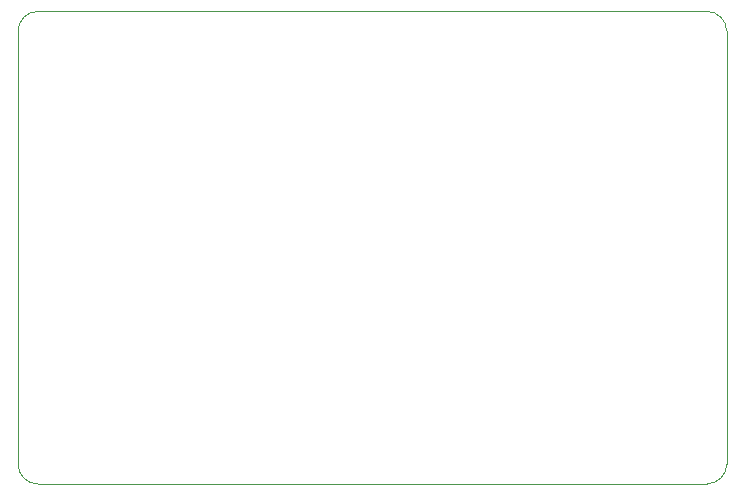
<source format=gbr>
G04 #@! TF.GenerationSoftware,KiCad,Pcbnew,(5.1.5)-3*
G04 #@! TF.CreationDate,2020-02-13T20:49:59+01:00*
G04 #@! TF.ProjectId,bms,626d732e-6b69-4636-9164-5f7063625858,01*
G04 #@! TF.SameCoordinates,Original*
G04 #@! TF.FileFunction,Profile,NP*
%FSLAX46Y46*%
G04 Gerber Fmt 4.6, Leading zero omitted, Abs format (unit mm)*
G04 Created by KiCad (PCBNEW (5.1.5)-3) date 2020-02-13 20:49:59*
%MOMM*%
%LPD*%
G04 APERTURE LIST*
%ADD10C,0.050000*%
G04 APERTURE END LIST*
D10*
X91660000Y-120000000D02*
G75*
G02X89990000Y-118330000I0J1670000D01*
G01*
X149990000Y-118330000D02*
G75*
G02X148320000Y-120000000I-1670000J0D01*
G01*
X148320000Y-80000000D02*
G75*
G02X149990000Y-81670000I0J-1670000D01*
G01*
X89990000Y-81670000D02*
G75*
G02X91660000Y-80000000I1670000J0D01*
G01*
X148320000Y-120000000D02*
X91660000Y-120000000D01*
X149990000Y-81670000D02*
X149990000Y-118330000D01*
X91660000Y-80000000D02*
X148320000Y-80000000D01*
X89990000Y-118330000D02*
X89990000Y-81670000D01*
M02*

</source>
